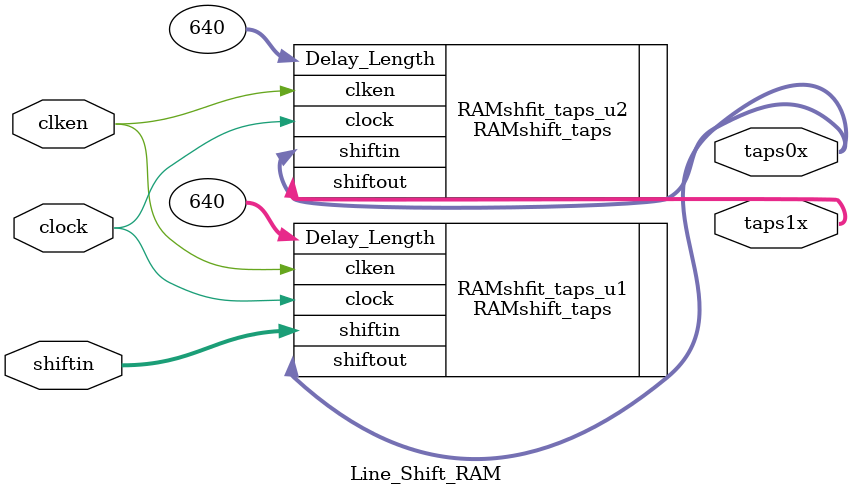
<source format=v>
module Line_Shift_RAM #(
	parameter  RAM_Length = 640,	//640*480
    parameter  DATA_WIDTH = 8
) (
	input	                   clken,
	input	                   clock,
	input	[DATA_WIDTH-1:0]   shiftin,
	output	[DATA_WIDTH-1:0]   taps0x,
	output	[DATA_WIDTH-1:0]   taps1x
);

RAMshift_taps #(
	.TOTAL_RAM_Length (RAM_Length),
	.DATA_WIDTH (DATA_WIDTH)
) RAMshfit_taps_u1 (
	.clken(clken), 
	.clock(clock),
	.Delay_Length(RAM_Length),
	.shiftin(shiftin),
	.shiftout(taps0x)
);

RAMshift_taps #(
	.TOTAL_RAM_Length (RAM_Length),
	.DATA_WIDTH (DATA_WIDTH)
) RAMshfit_taps_u2 (
	.clken(clken), 
	.clock(clock),
	.Delay_Length(RAM_Length),
	.shiftin(taps0x),
	.shiftout(taps1x)
);
endmodule
</source>
